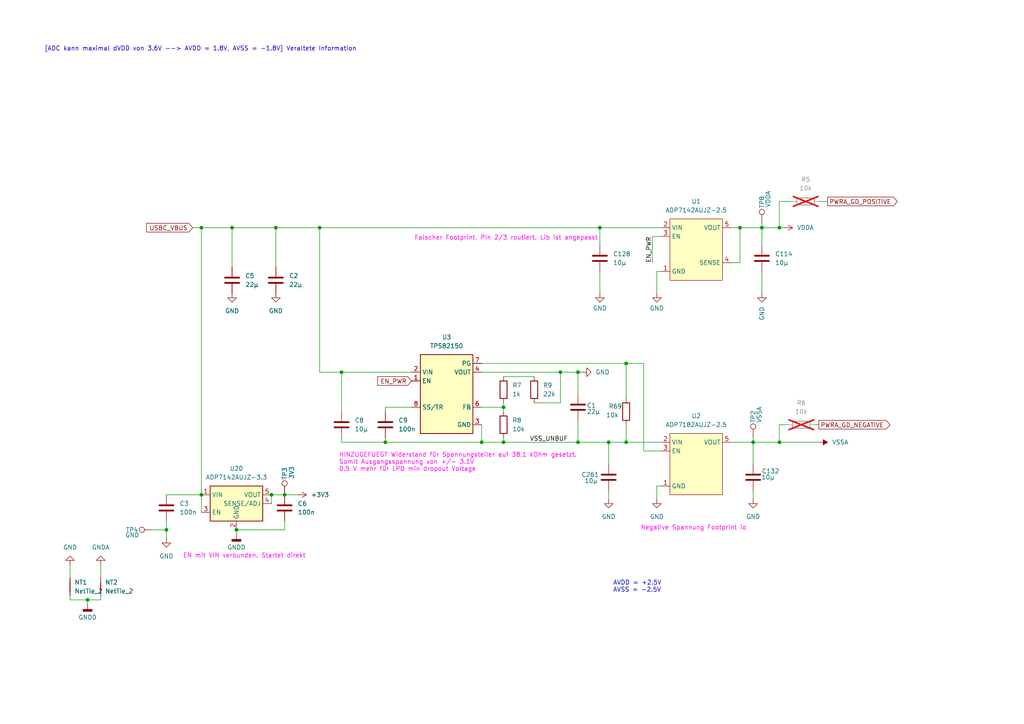
<source format=kicad_sch>
(kicad_sch (version 20250114) (generator "eeschema") (generator_version "9.0")
  (paper "A4")
  (lib_symbols
    (symbol "Connector:TestPoint" (pin_numbers (hide yes)) (pin_names (offset 0.762) (hide yes))
      (property "Reference" "TP" (at 0 6.858 0))
      (property "Value" "TestPoint" (at 0 5.08 0))
      (symbol "TestPoint_0_1"
        (circle (center 0 3.302) (radius 0.762))
      )
      (symbol "TestPoint_1_1"
        (pin passive line (at 0 0 90) (length 2.54) (name "1") (number "1"))
      )
    )
    (symbol "Device:NetTie_2" (pin_numbers (hide yes)) (pin_names (offset 0) (hide yes)) (in_bom no)
      (property "Reference" "NT" (at 0 1.27 0))
      (property "Value" "NetTie_2" (at 0 -1.27 0))
      (symbol "NetTie_2_0_1"
        (polyline (pts (xy -1.27 0) (xy 1.27 0)) (stroke (width 0.254)))
      )
      (symbol "NetTie_2_1_1"
        (pin passive line (at -2.54 0 0) (length 2.54) (name "1") (number "1"))
        (pin passive line (at 2.54 0 180) (length 2.54) (name "2") (number "2"))
      )
    )
    (symbol "Regulator_Linear:ADP7142AUJZ-3.3"
      (property "Reference" "U" (at 0 8.89 0))
      (property "Value" "ADP7142AUJZ-3.3" (at 0 6.35 0))
      (symbol "ADP7142AUJZ-3.3_0_1"
        (rectangle (start -7.62 5.08) (end 7.62 -5.08) (stroke (width 0.254)) (fill (type background)))
      )
      (symbol "ADP7142AUJZ-3.3_1_1"
        (pin power_in line (at -10.16 2.54 0) (length 2.54) (name "VIN") (number "1"))
        (pin input line (at -10.16 -2.54 0) (length 2.54) (name "EN") (number "3"))
        (pin power_in line (at 0 -7.62 90) (length 2.54) (name "GND") (number "2"))
        (pin power_out line (at 10.16 2.54 180) (length 2.54) (name "VOUT") (number "5"))
        (pin input line (at 10.16 0 180) (length 2.54) (name "SENSE/ADJ") (number "4"))
      )
    )
    (symbol "passive:C0603" (pin_numbers (hide yes)) (pin_names (offset 0.254))
      (property "Reference" "C" (at 0.635 2.54 0))
      (property "Value" "C0603" (at 0.635 -2.54 0))
      (symbol "C0603_0_1"
        (polyline (pts (xy -2.032 0.762) (xy 2.032 0.762)) (stroke (width 0.508)))
        (polyline (pts (xy -2.032 -0.762) (xy 2.032 -0.762)) (stroke (width 0.508)))
      )
      (symbol "C0603_1_1"
        (pin passive line (at 0 3.81 270) (length 2.794) (name "~") (number "1"))
        (pin passive line (at 0 -3.81 90) (length 2.794) (name "~") (number "2"))
      )
    )
    (symbol "passive:R0603" (pin_numbers (hide yes)) (pin_names (offset 0))
      (property "Reference" "R" (at 2.032 0 90))
      (property "Value" "R" (at 0 0 90))
      (symbol "R0603_0_1"
        (rectangle (start -1.016 -2.54) (end 1.016 2.54) (stroke (width 0.254)))
      )
      (symbol "R0603_1_1"
        (pin passive line (at 0 3.81 270) (length 1.27) (name "~") (number "1"))
        (pin passive line (at 0 -3.81 90) (length 1.27) (name "~") (number "2"))
      )
    )
    (symbol "power:+3V3" (power) (pin_numbers (hide yes)) (pin_names (offset 0) (hide yes))
      (property "Value" "+3V3" (at 0 3.556 0))
      (symbol "+3V3_0_1"
        (polyline (pts (xy -0.762 1.27) (xy 0 2.54)))
        (polyline (pts (xy 0 2.54) (xy 0.762 1.27)))
        (polyline (pts (xy 0 0) (xy 0 2.54)))
      )
      (symbol "+3V3_1_1"
        (pin power_in line (at 0 0 90) (length 0) (name "~") (number "1"))
      )
    )
    (symbol "power:GND" (power) (pin_numbers (hide yes)) (pin_names (offset 0) (hide yes))
      (property "Value" "GND" (at 0 -3.81 0))
      (symbol "GND_0_1"
        (polyline (pts (xy 0 0) (xy 0 -1.27) (xy 1.27 -1.27) (xy 0 -2.54) (xy -1.27 -1.27) (xy 0 -1.27)))
      )
      (symbol "GND_1_1"
        (pin power_in line (at 0 0 270) (length 0) (name "~") (number "1"))
      )
    )
    (symbol "power:GNDA" (power) (pin_numbers (hide yes)) (pin_names (offset 0) (hide yes))
      (property "Value" "GNDA" (at 0 -3.81 0))
      (symbol "GNDA_0_1"
        (polyline (pts (xy 0 0) (xy 0 -1.27) (xy 1.27 -1.27) (xy 0 -2.54) (xy -1.27 -1.27) (xy 0 -1.27)))
      )
      (symbol "GNDA_1_1"
        (pin power_in line (at 0 0 270) (length 0) (name "~") (number "1"))
      )
    )
    (symbol "power:GNDD" (power) (pin_numbers (hide yes)) (pin_names (offset 0) (hide yes))
      (property "Value" "GNDD" (at 0 -3.175 0))
      (symbol "GNDD_0_1"
        (rectangle (start -1.27 -1.524) (end 1.27 -2.032) (stroke (width 0.254)) (fill (type outline)))
        (polyline (pts (xy 0 0) (xy 0 -1.524)))
      )
      (symbol "GNDD_1_1"
        (pin power_in line (at 0 0 270) (length 0) (name "~") (number "1"))
      )
    )
    (symbol "power:VDDA" (power) (pin_numbers (hide yes)) (pin_names (offset 0) (hide yes))
      (property "Value" "VDDA" (at 0 3.556 0))
      (symbol "VDDA_0_1"
        (polyline (pts (xy -0.762 1.27) (xy 0 2.54)))
        (polyline (pts (xy 0 2.54) (xy 0.762 1.27)))
        (polyline (pts (xy 0 0) (xy 0 2.54)))
      )
      (symbol "VDDA_1_1"
        (pin power_in line (at 0 0 90) (length 0) (name "~") (number "1"))
      )
    )
    (symbol "power:VSSA" (power) (pin_numbers (hide yes)) (pin_names (offset 0) (hide yes))
      (property "Value" "VSSA" (at 0 3.556 0))
      (symbol "VSSA_0_1"
        (polyline (pts (xy 0 0) (xy 0 2.54)))
        (polyline (pts (xy 0.762 1.27) (xy -0.762 1.27) (xy 0 2.54) (xy 0.762 1.27)) (fill (type outline)))
      )
      (symbol "VSSA_1_1"
        (pin power_in line (at 0 0 90) (length 0) (name "~") (number "1"))
      )
    )
    (symbol "power_devices:ADP7142AUJZ" (exclude_from_sim yes)
      (property "Reference" "U" (at 0 3.302 0))
      (property "Value" "ADP7142AUJZ" (at 0 1.27 0))
      (symbol "ADP7142AUJZ_1_1"
        (rectangle (start -7.62 0) (end 7.62 -17.78) (fill (type background)))
        (pin power_in line (at -10.16 -2.54 0) (length 2.54) (name "VIN") (number "2"))
        (pin input line (at -10.16 -5.08 0) (length 2.54) (name "EN") (number "3"))
        (pin passive line (at -10.16 -15.24 0) (length 2.54) (name "GND") (number "1"))
        (pin power_out line (at 10.16 -2.54 180) (length 2.54) (name "VOUT") (number "5"))
        (pin input line (at 10.16 -12.7 180) (length 2.54) (name "SENSE") (number "4"))
      )
    )
    (symbol "power_devices:ADP7182AUJZ" (exclude_from_sim yes)
      (property "Reference" "U" (at 0 3.302 0))
      (property "Value" "ADP7182AUJZ-ADJ" (at 0 1.27 0))
      (symbol "ADP7182AUJZ_1_1"
        (rectangle (start -7.62 0) (end 7.62 -17.78) (fill (type background)))
        (pin power_in line (at -10.16 -2.54 0) (length 2.54) (name "VIN") (number "2"))
        (pin input line (at -10.16 -5.08 0) (length 2.54) (name "EN") (number "3"))
        (pin passive line (at -10.16 -15.24 0) (length 2.54) (name "GND") (number "1"))
        (pin power_out line (at 10.16 -2.54 180) (length 2.54) (name "VOUT") (number "5"))
        (pin no_connect line (at 10.16 -12.7 180) (length 2.54) (hide yes) (name "NC") (number "4"))
      )
    )
    (symbol "power_devices:TPS82150"
      (property "Reference" "U" (at 0 13.716 0))
      (property "Value" "TPS82150" (at 0.254 11.684 0))
      (symbol "TPS82150_0_1"
        (rectangle (start -7.62 10.16) (end 7.62 -12.7) (stroke (width 0.254)) (fill (type background)))
      )
      (symbol "TPS82150_1_1"
        (pin power_in line (at -10.16 5.08 0) (length 2.54) (name "VIN") (number "2"))
        (pin input line (at -10.16 2.54 0) (length 2.54) (name "EN") (number "1"))
        (pin input line (at -10.16 -5.08 0) (length 2.54) (name "SS/TR") (number "8"))
        (pin open_collector line (at 10.16 7.62 180) (length 2.54) (name "PG") (number "7"))
        (pin power_out line (at 10.16 5.08 180) (length 2.54) (name "VOUT") (number "4"))
        (pin passive line (at 10.16 5.08 180) (length 2.54) (hide yes) (name "VOUT") (number "5"))
        (pin input line (at 10.16 -5.08 180) (length 2.54) (name "FB") (number "6"))
        (pin passive line (at 10.16 -10.16 180) (length 2.54) (name "GND") (number "3"))
        (pin passive line (at 10.16 -10.16 180) (length 2.54) (hide yes) (name "GND") (number "9"))
      )
    )
  )
  (text "Falscher Footprint, Pin 2/3 routiert. Lib ist angepasst" (at 146.812 69.088 0) (effects (font (size 1.27 1.27))))
  (text "HINZUGEFUEGT Widerstand für Spannungsteiler auf 38,1 kOhm gesetzt.\nSomit Ausgangsspannung von +/- 3.1V\n0.5 V mehr für LPO min dropout Voltage\n" (at 98.298 134.112 0) (effects (font (size 1.27 1.27)) (justify left)))
  (text "Negative Spannung Footprint io" (at 201.168 153.162 0) (effects (font (size 1.27 1.27))))
  (text "AVDD = +2.5V\nAVSS = -2.5V" (at 177.8 168.402 0) (effects (font (size 1.27 1.27)) (justify left top)))
  (text "[ADC kann maximal dVDD von 3.6V --> AVDD = 1.8V, AVSS = -1.8V] Veraltete Information\n" (at 58.166 14.224 0) (effects (font (size 1.27 1.27))))
  (text "EN mit VIN verbunden. Startet direkt" (at 70.866 161.29 0) (effects (font (size 1.27 1.27))))
  (junction (at 167.64 128.27))
  (junction (at 162.56 107.95))
  (junction (at 99.06 107.95))
  (junction (at 48.26 153.67))
  (junction (at 58.42 143.51))
  (junction (at 226.06 66.04))
  (junction (at 220.98 66.04))
  (junction (at 80.01 66.04))
  (junction (at 173.99 66.04))
  (junction (at 226.06 128.27))
  (junction (at 176.53 128.27))
  (junction (at 214.63 66.04))
  (junction (at 68.58 153.67))
  (junction (at 146.05 118.11))
  (junction (at 67.31 66.04))
  (junction (at 78.74 143.51))
  (junction (at 218.44 128.27))
  (junction (at 25.4 173.99))
  (junction (at 146.05 128.27))
  (junction (at 82.55 143.51))
  (junction (at 181.61 128.27))
  (junction (at 181.61 105.41))
  (junction (at 58.42 66.04))
  (junction (at 111.76 128.27))
  (junction (at 167.64 107.95))
  (junction (at 92.71 66.04))
  (junction (at 139.7 128.27))
  (wire (pts (xy 48.26 143.51) (xy 58.42 143.51)))
  (wire (pts (xy 167.64 114.3) (xy 167.64 107.95)))
  (wire (pts (xy 78.74 146.05) (xy 78.74 143.51)))
  (wire (pts (xy 229.87 58.42) (xy 226.06 58.42)))
  (wire (pts (xy 92.71 66.04) (xy 173.99 66.04)))
  (wire (pts (xy 80.01 66.04) (xy 92.71 66.04)))
  (wire (pts (xy 82.55 151.13) (xy 82.55 153.67)))
  (wire (pts (xy 220.98 71.12) (xy 220.98 66.04)))
  (wire (pts (xy 29.21 172.72) (xy 29.21 173.99)))
  (wire (pts (xy 212.09 66.04) (xy 214.63 66.04)))
  (wire (pts (xy 226.06 66.04) (xy 220.98 66.04)))
  (wire (pts (xy 212.09 76.2) (xy 214.63 76.2)))
  (wire (pts (xy 218.44 134.62) (xy 218.44 128.27)))
  (wire (pts (xy 218.44 127) (xy 218.44 128.27)))
  (wire (pts (xy 146.05 128.27) (xy 146.05 127)))
  (wire (pts (xy 48.26 153.67) (xy 48.26 156.21)))
  (wire (pts (xy 236.22 123.19) (xy 237.49 123.19)))
  (wire (pts (xy 67.31 66.04) (xy 80.01 66.04)))
  (wire (pts (xy 227.33 66.04) (xy 226.06 66.04)))
  (wire (pts (xy 99.06 128.27) (xy 111.76 128.27)))
  (wire (pts (xy 218.44 144.78) (xy 218.44 142.24)))
  (wire (pts (xy 111.76 118.11) (xy 111.76 119.38)))
  (wire (pts (xy 29.21 163.83) (xy 29.21 167.64)))
  (wire (pts (xy 186.69 130.81) (xy 186.69 105.41)))
  (wire (pts (xy 146.05 116.84) (xy 146.05 118.11)))
  (wire (pts (xy 146.05 118.11) (xy 146.05 119.38)))
  (wire (pts (xy 191.77 68.58) (xy 189.23 68.58)))
  (wire (pts (xy 92.71 107.95) (xy 99.06 107.95)))
  (wire (pts (xy 176.53 134.62) (xy 176.53 128.27)))
  (wire (pts (xy 139.7 105.41) (xy 181.61 105.41)))
  (wire (pts (xy 80.01 77.47) (xy 80.01 66.04)))
  (wire (pts (xy 181.61 115.57) (xy 181.61 105.41)))
  (wire (pts (xy 190.5 140.97) (xy 191.77 140.97)))
  (wire (pts (xy 20.32 172.72) (xy 20.32 173.99)))
  (wire (pts (xy 68.58 154.94) (xy 68.58 153.67)))
  (wire (pts (xy 20.32 163.83) (xy 20.32 167.64)))
  (wire (pts (xy 220.98 64.77) (xy 220.98 66.04)))
  (wire (pts (xy 237.49 58.42) (xy 240.03 58.42)))
  (wire (pts (xy 67.31 77.47) (xy 67.31 66.04)))
  (wire (pts (xy 190.5 144.78) (xy 190.5 140.97)))
  (wire (pts (xy 58.42 148.59) (xy 58.42 143.51)))
  (wire (pts (xy 139.7 123.19) (xy 139.7 128.27)))
  (wire (pts (xy 82.55 143.51) (xy 78.74 143.51)))
  (wire (pts (xy 111.76 118.11) (xy 119.38 118.11)))
  (wire (pts (xy 167.64 128.27) (xy 176.53 128.27)))
  (wire (pts (xy 237.49 128.27) (xy 226.06 128.27)))
  (wire (pts (xy 111.76 128.27) (xy 139.7 128.27)))
  (wire (pts (xy 176.53 128.27) (xy 181.61 128.27)))
  (wire (pts (xy 226.06 123.19) (xy 226.06 128.27)))
  (wire (pts (xy 99.06 107.95) (xy 99.06 119.38)))
  (wire (pts (xy 111.76 127) (xy 111.76 128.27)))
  (wire (pts (xy 154.94 116.84) (xy 162.56 116.84)))
  (wire (pts (xy 139.7 128.27) (xy 146.05 128.27)))
  (wire (pts (xy 139.7 107.95) (xy 162.56 107.95)))
  (wire (pts (xy 214.63 66.04) (xy 220.98 66.04)))
  (wire (pts (xy 167.64 128.27) (xy 146.05 128.27)))
  (wire (pts (xy 82.55 153.67) (xy 68.58 153.67)))
  (wire (pts (xy 173.99 71.12) (xy 173.99 66.04)))
  (wire (pts (xy 162.56 107.95) (xy 162.56 116.84)))
  (wire (pts (xy 92.71 66.04) (xy 92.71 107.95)))
  (wire (pts (xy 58.42 143.51) (xy 58.42 66.04)))
  (wire (pts (xy 173.99 66.04) (xy 191.77 66.04)))
  (wire (pts (xy 162.56 107.95) (xy 167.64 107.95)))
  (wire (pts (xy 226.06 128.27) (xy 218.44 128.27)))
  (wire (pts (xy 186.69 105.41) (xy 181.61 105.41)))
  (wire (pts (xy 25.4 173.99) (xy 25.4 175.26)))
  (wire (pts (xy 99.06 107.95) (xy 119.38 107.95)))
  (wire (pts (xy 191.77 130.81) (xy 186.69 130.81)))
  (wire (pts (xy 226.06 58.42) (xy 226.06 66.04)))
  (wire (pts (xy 99.06 127) (xy 99.06 128.27)))
  (wire (pts (xy 226.06 123.19) (xy 228.6 123.19)))
  (wire (pts (xy 44.45 153.67) (xy 48.26 153.67)))
  (wire (pts (xy 191.77 78.74) (xy 190.5 78.74)))
  (wire (pts (xy 139.7 118.11) (xy 146.05 118.11)))
  (wire (pts (xy 48.26 151.13) (xy 48.26 153.67)))
  (wire (pts (xy 167.64 121.92) (xy 167.64 128.27)))
  (wire (pts (xy 58.42 66.04) (xy 67.31 66.04)))
  (wire (pts (xy 181.61 128.27) (xy 191.77 128.27)))
  (wire (pts (xy 20.32 173.99) (xy 25.4 173.99)))
  (wire (pts (xy 86.36 143.51) (xy 82.55 143.51)))
  (wire (pts (xy 167.64 107.95) (xy 168.91 107.95)))
  (wire (pts (xy 181.61 123.19) (xy 181.61 128.27)))
  (wire (pts (xy 55.88 66.04) (xy 58.42 66.04)))
  (wire (pts (xy 25.4 173.99) (xy 29.21 173.99)))
  (wire (pts (xy 212.09 128.27) (xy 218.44 128.27)))
  (wire (pts (xy 220.98 78.74) (xy 220.98 85.09)))
  (wire (pts (xy 214.63 66.04) (xy 214.63 76.2)))
  (wire (pts (xy 190.5 78.74) (xy 190.5 85.09)))
  (wire (pts (xy 176.53 144.78) (xy 176.53 142.24)))
  (wire (pts (xy 173.99 85.09) (xy 173.99 78.74)))
  (wire (pts (xy 146.05 109.22) (xy 154.94 109.22)))
  (wire (pts (xy 189.23 68.58) (xy 189.23 76.2)))
  (label "VSS_UNBUF" (at 153.67 128.27 0))
  (label "EN_PWR" (at 189.23 76.2 90))
  (global_label "PWRA_GD_NEGATIVE" (shape output) (at 237.49 123.19 0) (property "Intersheetrefs" "${INTERSHEET_REFS}" (effects (hide yes))))
  (global_label "USBC_VBUS" (shape input) (at 55.88 66.04 180) (property "Intersheetrefs" "${INTERSHEET_REFS}" (effects (hide yes))))
  (global_label "PWRA_GD_POSITIVE" (shape output) (at 240.03 58.42 0) (property "Intersheetrefs" "${INTERSHEET_REFS}" (effects (hide yes))))
  (global_label "EN_PWR" (shape input) (at 119.38 110.49 180) (property "Intersheetrefs" "${INTERSHEET_REFS}" (effects (hide yes))))
  (symbol (lib_id "passive:R0603") (at 181.61 119.38 180) (unit 1)
    (property "Reference" "R69" (at 176.53 117.856 0) (effects (justify right)))
    (property "Value" "10k" (at 175.768 120.396 0) (effects (justify right)))
    (property "Footprint" "Resistor_SMD:R_0603_1608Metric" (effects (hide yes)))
    (property "Description" "Resistor" (effects (hide yes)))
  )
  (symbol (lib_id "passive:R0603") (at 146.05 113.03 0) (unit 1)
    (property "Reference" "R7" (at 148.59 111.7599 0) (effects (justify left)))
    (property "Value" "1k" (at 148.59 114.2999 0) (effects (justify left)))
    (property "Footprint" "Resistor_SMD:R_0603_1608Metric" (effects (hide yes)))
    (property "Description" "Resistor" (effects (hide yes)))
  )
  (symbol (lib_id "passive:C0603") (at 67.31 81.28 0) (unit 1)
    (property "Reference" "C5" (at 71.12 80.0099 0) (effects (justify left)))
    (property "Value" "22µ" (at 71.12 82.5499 0) (effects (justify left)))
    (property "Footprint" "Capacitor_SMD:C_0603_1608Metric" (effects (hide yes)))
    (property "Description" "Unpolarized capacitor" (effects (hide yes)))
  )
  (symbol (lib_id "passive:C0603") (at 220.98 74.93 0) (unit 1)
    (property "Reference" "C114" (at 224.79 73.6599 0) (effects (justify left)))
    (property "Value" "10µ" (at 224.79 76.1999 0) (effects (justify left)))
    (property "Footprint" "Capacitor_SMD:C_0603_1608Metric" (effects (hide yes)))
    (property "Description" "Unpolarized capacitor" (effects (hide yes)))
  )
  (symbol (lib_id "passive:C0603") (at 111.76 123.19 0) (unit 1)
    (property "Reference" "C9" (at 115.57 121.9199 0) (effects (justify left)))
    (property "Value" "100n" (at 115.57 124.4599 0) (effects (justify left)))
    (property "Footprint" "Capacitor_SMD:C_0603_1608Metric" (effects (hide yes)))
    (property "Description" "Unpolarized capacitor" (effects (hide yes)))
  )
  (symbol (lib_id "power:GND") (at 48.26 156.21 0) (unit 1)
    (property "Reference" "#PWR0216" (effects (hide yes)))
    (property "Value" "GND" (at 48.26 161.29 0))
    (property "Description" "Power symbol creates a global label with name \"GND\" , ground" (effects (hide yes)))
  )
  (symbol (lib_id "power:GND") (at 173.99 85.09 0) (unit 1)
    (property "Reference" "#PWR0137" (effects (hide yes)))
    (property "Value" "GND" (at 173.99 89.408 0))
    (property "Description" "Power symbol creates a global label with name \"GND\" , ground" (effects (hide yes)))
  )
  (symbol (lib_id "power:GNDD") (at 68.58 154.94 0) (unit 1)
    (property "Reference" "#PWR088" (effects (hide yes)))
    (property "Value" "GNDD" (at 68.58 158.75 0))
    (property "Description" "Power symbol creates a global label with name \"GNDD\" , digital ground" (effects (hide yes)))
  )
  (symbol (lib_id "power:GNDD") (at 25.4 175.26 0) (unit 1)
    (property "Reference" "#PWR07" (effects (hide yes)))
    (property "Value" "GNDD" (at 25.4 179.07 0))
    (property "Description" "Power symbol creates a global label with name \"GNDD\" , digital ground" (effects (hide yes)))
  )
  (symbol (lib_id "passive:R0603") (at 233.68 58.42 90) (unit 1) (in_bom no) (dnp yes)
    (property "Reference" "R5" (at 233.68 52.07 90))
    (property "Value" "10k" (at 233.68 54.61 90))
    (property "Footprint" "Resistor_SMD:R_0603_1608Metric" (effects (hide yes)))
    (property "Description" "Resistor" (effects (hide yes)))
  )
  (symbol (lib_id "power:GND") (at 220.98 85.09 0) (unit 1)
    (property "Reference" "#PWR0135" (effects (hide yes)))
    (property "Value" "GND" (at 220.9801 88.9 90) (effects (justify right)))
    (property "Description" "Power symbol creates a global label with name \"GND\" , ground" (effects (hide yes)))
  )
  (symbol (lib_id "passive:C0603") (at 176.53 138.43 0) (unit 1)
    (property "Reference" "C261" (at 173.736 137.668 0) (effects (justify right)))
    (property "Value" "10µ" (at 173.482 139.446 0) (effects (justify right)))
    (property "Footprint" "Capacitor_SMD:C_0603_1608Metric" (effects (hide yes)))
    (property "Description" "Unpolarized capacitor" (effects (hide yes)))
  )
  (symbol (lib_id "passive:C0603") (at 218.44 138.43 0) (unit 1)
    (property "Reference" "C132" (at 226.06 136.652 0) (effects (justify right)))
    (property "Value" "10µ" (at 224.79 138.43 0) (effects (justify right)))
    (property "Footprint" "Capacitor_SMD:C_0603_1608Metric" (effects (hide yes)))
    (property "Description" "Unpolarized capacitor" (effects (hide yes)))
  )
  (symbol (lib_id "Connector:TestPoint") (at 218.44 127 0) (unit 1) (in_bom no)
    (property "Reference" "TP2" (at 218.44 122.682 90) (effects (justify left)))
    (property "Value" "VSSA" (at 220.218 122.682 90) (effects (justify left)))
    (property "Footprint" "TestPoint:TestPoint_Pad_1.0x1.0mm" (effects (hide yes)))
    (property "Description" "test point" (effects (hide yes)))
  )
  (symbol (lib_id "Connector:TestPoint") (at 220.98 64.77 0) (unit 1) (in_bom no)
    (property "Reference" "TP8" (at 220.98 60.452 90) (effects (justify left)))
    (property "Value" "VDDA" (at 222.758 60.198 90) (effects (justify left)))
    (property "Footprint" "TestPoint:TestPoint_Pad_1.0x1.0mm" (effects (hide yes)))
    (property "Description" "test point" (effects (hide yes)))
  )
  (symbol (lib_id "passive:R0603") (at 154.94 113.03 0) (unit 1)
    (property "Reference" "R9" (at 157.48 111.7599 0) (effects (justify left)))
    (property "Value" "22k" (at 157.48 114.2999 0) (effects (justify left)))
    (property "Footprint" "Resistor_SMD:R_0603_1608Metric" (effects (hide yes)))
    (property "Description" "Resistor" (effects (hide yes)))
  )
  (symbol (lib_id "power:+3V3") (at 86.36 143.51 270) (unit 1)
    (property "Reference" "#PWR0168" (effects (hide yes)))
    (property "Value" "+3V3" (at 90.17 143.5099 90) (effects (justify left)))
    (property "Description" "Power symbol creates a global label with name \"+3V3\"" (effects (hide yes)))
  )
  (symbol (lib_id "passive:C0603") (at 80.01 81.28 0) (unit 1)
    (property "Reference" "C2" (at 83.82 80.0099 0) (effects (justify left)))
    (property "Value" "22µ" (at 83.82 82.5499 0) (effects (justify left)))
    (property "Footprint" "Capacitor_SMD:C_0603_1608Metric" (effects (hide yes)))
    (property "Description" "Unpolarized capacitor" (effects (hide yes)))
  )
  (symbol (lib_id "Connector:TestPoint") (at 82.55 143.51 0) (unit 1) (in_bom no)
    (property "Reference" "TP3" (at 82.55 139.192 90) (effects (justify left)))
    (property "Value" "3V3" (at 84.582 138.938 90) (effects (justify left)))
    (property "Footprint" "TestPoint:TestPoint_Pad_1.0x1.0mm" (effects (hide yes)))
    (property "Description" "test point" (effects (hide yes)))
  )
  (symbol (lib_id "power:GND") (at 190.5 144.78 0) (unit 1)
    (property "Reference" "#PWR0180" (effects (hide yes)))
    (property "Value" "GND" (at 190.5 149.86 0))
    (property "Description" "Power symbol creates a global label with name \"GND\" , ground" (effects (hide yes)))
  )
  (symbol (lib_id "power_devices:TPS82150") (at 129.54 113.03 0) (unit 1)
    (property "Reference" "U3" (at 129.54 97.79 0))
    (property "Value" "TPS82150" (at 129.54 100.33 0))
    (property "Footprint" "custom_library:Texas_SIL0008D_MicroSiP-8-1EP_2.8x3mm_P0.65mm_EP1.1x1.9mm" (effects (hide yes)))
    (property "Datasheet" "http://www.ti.com/lit/ds/symlink/tps82150.pdf" (effects (hide yes)))
    (property "Description" "17V Input 1A Step-Down Converter MicroSiP Module with Integrated Inductor, μSiL-8" (effects (hide yes)))
  )
  (symbol (lib_id "power_devices:ADP7182AUJZ") (at 201.93 125.73 0) (unit 1) (exclude_from_sim yes)
    (property "Reference" "U2" (at 201.93 120.65 0))
    (property "Value" "ADP7182AUJZ-2.5" (at 201.93 123.19 0))
    (property "Footprint" "Package_TO_SOT_SMD:TSOT-23-5" (effects (hide yes)))
    (property "Datasheet" "https://www.analog.com/media/en/technical-documentation/data-sheets/adp7182.pdf" (effects (hide yes)))
    (property "Description" "–28 V, −200 mA, Low Noise, Linear Regulator" (effects (hide yes)))
  )
  (symbol (lib_id "power:GND") (at 218.44 144.78 0) (unit 1)
    (property "Reference" "#PWR0144" (effects (hide yes)))
    (property "Value" "GND" (at 218.44 149.86 0))
    (property "Description" "Power symbol creates a global label with name \"GND\" , ground" (effects (hide yes)))
  )
  (symbol (lib_id "power:GND") (at 168.91 107.95 90) (unit 1)
    (property "Reference" "#PWR011" (effects (hide yes)))
    (property "Value" "GND" (at 172.72 107.9499 90) (effects (justify right)))
    (property "Description" "Power symbol creates a global label with name \"GND\" , ground" (effects (hide yes)))
  )
  (symbol (lib_id "power:GND") (at 67.31 85.09 0) (unit 1)
    (property "Reference" "#PWR04" (effects (hide yes)))
    (property "Value" "GND" (at 67.31 90.17 0))
    (property "Description" "Power symbol creates a global label with name \"GND\" , ground" (effects (hide yes)))
  )
  (symbol (lib_id "passive:C0603") (at 82.55 147.32 0) (unit 1)
    (property "Reference" "C6" (at 86.36 146.0499 0) (effects (justify left)))
    (property "Value" "100n" (at 86.36 148.5899 0) (effects (justify left)))
    (property "Footprint" "Capacitor_SMD:C_0603_1608Metric" (effects (hide yes)))
    (property "Description" "Unpolarized capacitor" (effects (hide yes)))
  )
  (symbol (lib_id "power:VDDA") (at 227.33 66.04 270) (unit 1)
    (property "Reference" "#PWR0136" (effects (hide yes)))
    (property "Value" "VDDA" (at 231.14 66.0399 90) (effects (justify left)))
    (property "Description" "Power symbol creates a global label with name \"VDDA\"" (effects (hide yes)))
  )
  (symbol (lib_id "power:GND") (at 176.53 144.78 0) (unit 1)
    (property "Reference" "#PWR0288" (effects (hide yes)))
    (property "Value" "GND" (at 176.53 149.86 0))
    (property "Description" "Power symbol creates a global label with name \"GND\" , ground" (effects (hide yes)))
  )
  (symbol (lib_id "passive:R0603") (at 146.05 123.19 0) (unit 1)
    (property "Reference" "R8" (at 148.59 121.9199 0) (effects (justify left)))
    (property "Value" "10k" (at 148.59 124.4599 0) (effects (justify left)))
    (property "Footprint" "Resistor_SMD:R_0603_1608Metric" (effects (hide yes)))
    (property "Description" "Resistor" (effects (hide yes)))
  )
  (symbol (lib_id "passive:R0603") (at 232.41 123.19 90) (unit 1) (in_bom no) (dnp yes)
    (property "Reference" "R6" (at 232.41 116.84 90))
    (property "Value" "10k" (at 232.41 119.38 90))
    (property "Footprint" "Resistor_SMD:R_0603_1608Metric" (effects (hide yes)))
    (property "Description" "Resistor" (effects (hide yes)))
  )
  (symbol (lib_id "Regulator_Linear:ADP7142AUJZ-3.3") (at 68.58 146.05 0) (unit 1)
    (property "Reference" "U20" (at 68.58 135.89 0))
    (property "Value" "ADP7142AUJZ-3.3" (at 68.58 138.43 0))
    (property "Footprint" "Package_TO_SOT_SMD:TSOT-23-5" (effects (hide yes)))
    (property "Datasheet" "https://www.analog.com/media/en/technical-documentation/data-sheets/ADP7142.pdf" (effects (hide yes)))
    (property "Description" "200mA, Low Noise, CMOS Low Dropout Regulator, Positive, 3.3V Fixed Output, TSOT-23-5" (effects (hide yes)))
  )
  (symbol (lib_id "power_devices:ADP7142AUJZ") (at 201.93 63.5 0) (unit 1) (exclude_from_sim yes)
    (property "Reference" "U1" (at 201.93 58.42 0))
    (property "Value" "ADP7142AUJZ-2.5" (at 201.93 60.96 0))
    (property "Footprint" "Package_TO_SOT_SMD:TSOT-23-5" (effects (hide yes)))
    (property "Datasheet" "https://www.analog.com/media/en/technical-documentation/data-sheets/adp7142.pdf" (effects (hide yes)))
    (property "Description" "40 V, 200 mA, Low Noise, CMOS LDO Linear Regulator" (effects (hide yes)))
  )
  (symbol (lib_id "Device:NetTie_2") (at 29.21 170.18 90) (unit 1) (in_bom no)
    (property "Reference" "NT2" (at 30.48 168.9099 90) (effects (justify right)))
    (property "Value" "NetTie_2" (at 30.48 171.4499 90) (effects (justify right)))
    (property "Footprint" "NetTie:NetTie-2_SMD_Pad2.0mm" (effects (hide yes)))
    (property "Description" "Net tie, 2 pins" (effects (hide yes)))
  )
  (symbol (lib_id "power:GND") (at 190.5 85.09 0) (unit 1)
    (property "Reference" "#PWR010" (effects (hide yes)))
    (property "Value" "GND" (at 190.5 89.408 0))
    (property "Description" "Power symbol creates a global label with name \"GND\" , ground" (effects (hide yes)))
  )
  (symbol (lib_id "power:GND") (at 20.32 163.83 180) (unit 1)
    (property "Reference" "#PWR06" (effects (hide yes)))
    (property "Value" "GND" (at 20.32 158.75 0))
    (property "Description" "Power symbol creates a global label with name \"GND\" , ground" (effects (hide yes)))
  )
  (symbol (lib_id "Connector:TestPoint") (at 44.45 153.67 90) (unit 1) (in_bom no)
    (property "Reference" "TP4" (at 40.132 153.67 90) (effects (justify left)))
    (property "Value" "GND" (at 40.386 155.194 90) (effects (justify left)))
    (property "Footprint" "TestPoint:TestPoint_Pad_1.0x1.0mm" (effects (hide yes)))
    (property "Description" "test point" (effects (hide yes)))
  )
  (symbol (lib_id "passive:C0603") (at 173.99 74.93 0) (unit 1)
    (property "Reference" "C128" (at 177.8 73.6599 0) (effects (justify left)))
    (property "Value" "10µ" (at 177.8 76.1999 0) (effects (justify left)))
    (property "Footprint" "Capacitor_SMD:C_0603_1608Metric" (effects (hide yes)))
    (property "Description" "Unpolarized capacitor" (effects (hide yes)))
  )
  (symbol (lib_id "passive:C0603") (at 167.64 118.11 0) (unit 1)
    (property "Reference" "C1" (at 170.18 117.602 0) (effects (justify left)))
    (property "Value" "22µ" (at 170.18 119.38 0) (effects (justify left)))
    (property "Footprint" "Capacitor_SMD:C_0603_1608Metric" (effects (hide yes)))
    (property "Description" "Unpolarized capacitor" (effects (hide yes)))
  )
  (symbol (lib_id "power:GNDA") (at 29.21 163.83 180) (unit 1)
    (property "Reference" "#PWR08" (effects (hide yes)))
    (property "Value" "GNDA" (at 29.21 158.75 0))
    (property "Description" "Power symbol creates a global label with name \"GNDA\" , analog ground" (effects (hide yes)))
  )
  (symbol (lib_id "Device:NetTie_2") (at 20.32 170.18 90) (unit 1) (in_bom no)
    (property "Reference" "NT1" (at 21.59 168.9099 90) (effects (justify right)))
    (property "Value" "NetTie_2" (at 21.59 171.4499 90) (effects (justify right)))
    (property "Footprint" "NetTie:NetTie-2_SMD_Pad2.0mm" (effects (hide yes)))
    (property "Description" "Net tie, 2 pins" (effects (hide yes)))
  )
  (symbol (lib_id "power:GND") (at 80.01 85.09 0) (unit 1)
    (property "Reference" "#PWR0220" (effects (hide yes)))
    (property "Value" "GND" (at 80.01 90.17 0))
    (property "Description" "Power symbol creates a global label with name \"GND\" , ground" (effects (hide yes)))
  )
  (symbol (lib_id "passive:C0603") (at 99.06 123.19 0) (unit 1)
    (property "Reference" "C8" (at 102.87 121.9199 0) (effects (justify left)))
    (property "Value" "10µ" (at 102.87 124.4599 0) (effects (justify left)))
    (property "Footprint" "Capacitor_SMD:C_0603_1608Metric" (effects (hide yes)))
    (property "Description" "Unpolarized capacitor" (effects (hide yes)))
  )
  (symbol (lib_id "passive:C0603") (at 48.26 147.32 0) (unit 1)
    (property "Reference" "C3" (at 52.07 146.0499 0) (effects (justify left)))
    (property "Value" "100n" (at 52.07 148.5899 0) (effects (justify left)))
    (property "Footprint" "Capacitor_SMD:C_0603_1608Metric" (effects (hide yes)))
    (property "Description" "Unpolarized capacitor" (effects (hide yes)))
  )
  (symbol (lib_id "power:VSSA") (at 237.49 128.27 270) (unit 1)
    (property "Reference" "#PWR0143" (effects (hide yes)))
    (property "Value" "VSSA" (at 241.3 128.2699 90) (effects (justify left)))
    (property "Description" "Power symbol creates a global label with name \"VSSA\"" (effects (hide yes)))
  )
)
</source>
